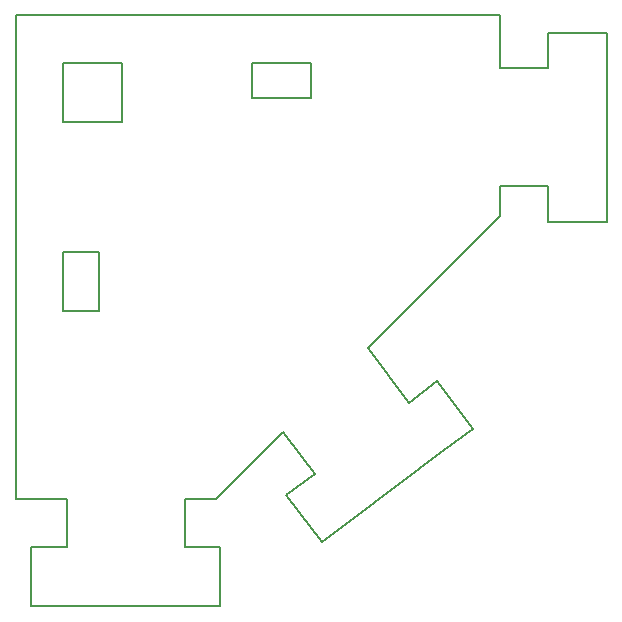
<source format=gbr>
G04 #@! TF.GenerationSoftware,KiCad,Pcbnew,(5.0.1)*
G04 #@! TF.CreationDate,2018-11-27T11:01:09+09:00*
G04 #@! TF.ProjectId,corner,636F726E65722E6B696361645F706362,rev?*
G04 #@! TF.SameCoordinates,Original*
G04 #@! TF.FileFunction,Profile,NP*
%FSLAX46Y46*%
G04 Gerber Fmt 4.6, Leading zero omitted, Abs format (unit mm)*
G04 Created by KiCad (PCBNEW (5.0.1)) date Tue Nov 27 11:01:09 2018*
%MOMM*%
%LPD*%
G01*
G04 APERTURE LIST*
%ADD10C,0.150000*%
%ADD11C,0.200000*%
G04 APERTURE END LIST*
D10*
X152000000Y-60000000D02*
X152000000Y-55000000D01*
X149000000Y-60000000D02*
X152000000Y-60000000D01*
X149000000Y-55000000D02*
X152000000Y-55000000D01*
X149000000Y-55000000D02*
X149000000Y-60000000D01*
X149000000Y-44000000D02*
X149000000Y-39000000D01*
X154000000Y-44000000D02*
X149000000Y-44000000D01*
X154000000Y-39000000D02*
X154000000Y-44000000D01*
X149000000Y-39000000D02*
X154000000Y-39000000D01*
X170000000Y-42000000D02*
X170000000Y-39000000D01*
X165000000Y-42000000D02*
X170000000Y-42000000D01*
X165000000Y-39000000D02*
X165000000Y-42000000D01*
X170000000Y-39000000D02*
X165000000Y-39000000D01*
D11*
X149293950Y-75958126D02*
X149293950Y-79986826D01*
X189988102Y-36455114D02*
X189988102Y-39455454D01*
X144988270Y-75958126D02*
X149293950Y-75958126D01*
X178251871Y-67773615D02*
X174767321Y-63149615D01*
X189988102Y-52455175D02*
X194988312Y-52455175D01*
X194988312Y-36455114D02*
X189988102Y-36455114D01*
X167869041Y-75596916D02*
X170878671Y-79590466D01*
X146294140Y-79986816D02*
X146294140Y-84987036D01*
X149293950Y-79986826D02*
X146294140Y-79986816D01*
X189988102Y-49455355D02*
X189988102Y-52455175D01*
X167626681Y-70290255D02*
X170265271Y-73791346D01*
X185959412Y-34986984D02*
X144988270Y-34986974D01*
X174767321Y-63149615D02*
X185959412Y-51957535D01*
X189988102Y-39455454D02*
X185959412Y-39455454D01*
X170878671Y-79590466D02*
X173274391Y-77784896D01*
X180647581Y-65968045D02*
X178251871Y-67773615D01*
X173274391Y-77784896D02*
X181260981Y-71766655D01*
X162294191Y-79986826D02*
X159294381Y-79986826D01*
X194988312Y-49455355D02*
X194988312Y-39455444D01*
X181260981Y-71766655D02*
X183656702Y-69961595D01*
X159294381Y-79986826D02*
X159294381Y-75958126D01*
X185959412Y-49455355D02*
X189988102Y-49455355D01*
X146294140Y-84987036D02*
X162294191Y-84987036D01*
X170265271Y-73791346D02*
X167869041Y-75596916D01*
X162294191Y-84987036D02*
X162294191Y-79986826D01*
X144988270Y-34986974D02*
X144988270Y-75958126D01*
X194988312Y-39455444D02*
X194988312Y-36455114D01*
X159294381Y-75958126D02*
X161959331Y-75958126D01*
X194988312Y-52455175D02*
X194988312Y-49455355D01*
X185959412Y-51957535D02*
X185959412Y-49455355D01*
X161959331Y-75958126D02*
X167626681Y-70290255D01*
X185959412Y-39455454D02*
X185959412Y-34986984D01*
X183656702Y-69961595D02*
X180647581Y-65968045D01*
M02*

</source>
